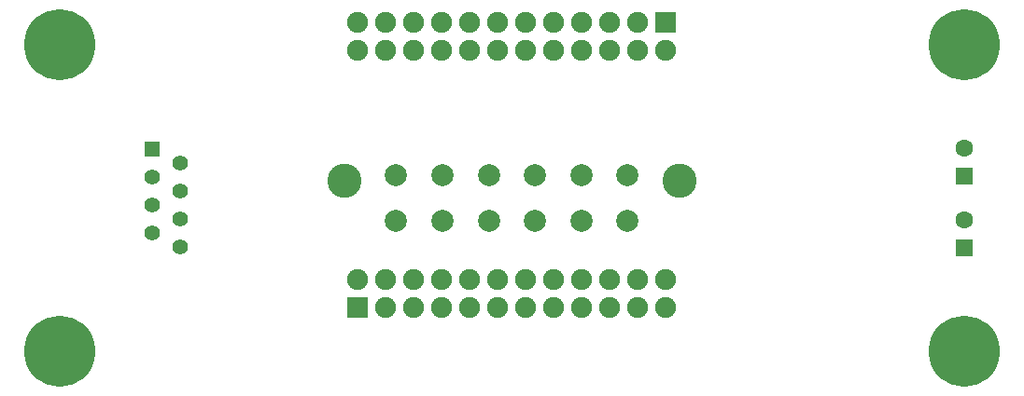
<source format=gbs>
G04*
G04 #@! TF.GenerationSoftware,Altium Limited,Altium Designer,18.0.11 (651)*
G04*
G04 Layer_Color=16711935*
%FSLAX25Y25*%
%MOIN*%
G70*
G01*
G75*
%ADD25C,0.25400*%
%ADD26C,0.05518*%
%ADD27R,0.05518X0.05518*%
%ADD28C,0.00400*%
%ADD29C,0.07487*%
%ADD30R,0.07487X0.07487*%
%ADD31C,0.12211*%
%ADD32C,0.07880*%
%ADD33C,0.06306*%
%ADD34R,0.06306X0.06306*%
D25*
X161417Y-54724D02*
D03*
X-161417D02*
D03*
X161417Y54724D02*
D03*
X-161417D02*
D03*
D26*
X-118543Y-17504D02*
D03*
X-128543Y-12504D02*
D03*
X-118543Y-7504D02*
D03*
X-128543Y-2504D02*
D03*
X-118543Y2496D02*
D03*
X-128543Y7496D02*
D03*
X-118543Y12496D02*
D03*
D27*
X-128543Y17496D02*
D03*
D28*
X-153543Y-22504D02*
D03*
Y22504D02*
D03*
D29*
X55000Y-28976D02*
D03*
X45000D02*
D03*
X35000D02*
D03*
X25000D02*
D03*
X15000D02*
D03*
X5000D02*
D03*
X-5000D02*
D03*
X-15000D02*
D03*
X-25000D02*
D03*
X-35000D02*
D03*
X-45000D02*
D03*
X-55000D02*
D03*
X55000Y-38976D02*
D03*
X45000D02*
D03*
X35000D02*
D03*
X25000D02*
D03*
X15000D02*
D03*
X5000D02*
D03*
X-5000D02*
D03*
X-15000D02*
D03*
X-25000D02*
D03*
X-35000D02*
D03*
X-45000D02*
D03*
X45000Y62913D02*
D03*
X35000D02*
D03*
X25000D02*
D03*
X15000D02*
D03*
X5000D02*
D03*
X-5000D02*
D03*
X-15000D02*
D03*
X-25000D02*
D03*
X-35000D02*
D03*
X-45000D02*
D03*
X-55000D02*
D03*
X55000Y52913D02*
D03*
X45000D02*
D03*
X35000D02*
D03*
X25000D02*
D03*
X15000D02*
D03*
X5000D02*
D03*
X-5000D02*
D03*
X-15000D02*
D03*
X-25000D02*
D03*
X-35000D02*
D03*
X-45000D02*
D03*
X-55000D02*
D03*
D30*
Y-38976D02*
D03*
X55000Y62913D02*
D03*
D31*
X-59842Y6299D02*
D03*
X59842D02*
D03*
D32*
X41339Y8268D02*
D03*
X24803D02*
D03*
X8268D02*
D03*
X-8268D02*
D03*
X-24803D02*
D03*
X-41339D02*
D03*
X41339Y-8268D02*
D03*
X24803D02*
D03*
X8268D02*
D03*
X-8268D02*
D03*
X-24803D02*
D03*
X-41339D02*
D03*
D33*
X161417Y17874D02*
D03*
Y-7874D02*
D03*
D34*
Y7874D02*
D03*
Y-17874D02*
D03*
M02*

</source>
